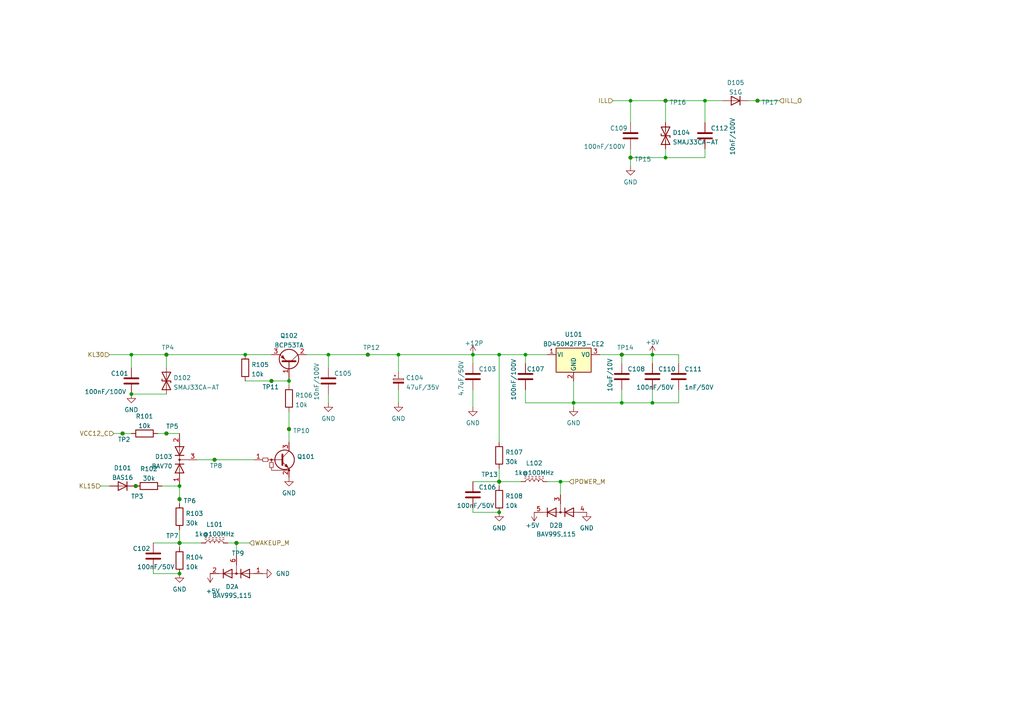
<source format=kicad_sch>
(kicad_sch (version 20211123) (generator eeschema)
  (paper "A4")
  (lib_symbols
    (symbol "C_1" (pin_numbers hide) (pin_names (offset 0.254))
      (property "Reference" "C" (at 0.635 2.54 0))
      (property "Value" "C_1" (at 0.635 -2.54 0))
      (symbol "C_1_0_1"
        (polyline (pts (xy -2.032 -0.762) (xy 2.032 -0.762)) (stroke (width 0.508)))
        (polyline (pts (xy -2.032 0.762) (xy 2.032 0.762)) (stroke (width 0.508)))
      )
      (symbol "C_1_1_1"
        (pin passive line (at 0 3.81 270) (length 2.794) (name "~") (number "1"))
        (pin passive line (at 0 -3.81 90) (length 2.794) (name "~") (number "2"))
      )
    )
    (symbol "C_2" (pin_numbers hide) (pin_names (offset 0.254))
      (property "Reference" "C" (at 0.635 2.54 0))
      (property "Value" "C_2" (at 0.635 -2.54 0))
      (symbol "C_2_0_1"
        (polyline (pts (xy -2.032 -0.762) (xy 2.032 -0.762)) (stroke (width 0.508)))
        (polyline (pts (xy -2.032 0.762) (xy 2.032 0.762)) (stroke (width 0.508)))
      )
      (symbol "C_2_1_1"
        (pin passive line (at 0 3.81 270) (length 2.794) (name "~") (number "1"))
        (pin passive line (at 0 -3.81 90) (length 2.794) (name "~") (number "2"))
      )
    )
    (symbol "C_4" (pin_numbers hide) (pin_names (offset 0.254))
      (property "Reference" "C" (at 0.635 2.54 0))
      (property "Value" "C_4" (at 0.635 -2.54 0))
      (symbol "C_4_0_1"
        (polyline (pts (xy -2.032 -0.762) (xy 2.032 -0.762)) (stroke (width 0.508)))
        (polyline (pts (xy -2.032 0.762) (xy 2.032 0.762)) (stroke (width 0.508)))
      )
      (symbol "C_4_1_1"
        (pin passive line (at 0 3.81 270) (length 2.794) (name "~") (number "1"))
        (pin passive line (at 0 -3.81 90) (length 2.794) (name "~") (number "2"))
      )
    )
    (symbol "C_7" (pin_numbers hide) (pin_names (offset 0.254))
      (property "Reference" "C" (at 0.635 2.54 0))
      (property "Value" "C_7" (at 0.635 -2.54 0))
      (symbol "C_7_0_1"
        (polyline (pts (xy -2.032 -0.762) (xy 2.032 -0.762)) (stroke (width 0.508)))
        (polyline (pts (xy -2.032 0.762) (xy 2.032 0.762)) (stroke (width 0.508)))
      )
      (symbol "C_7_1_1"
        (pin passive line (at 0 3.81 270) (length 2.794) (name "~") (number "1"))
        (pin passive line (at 0 -3.81 90) (length 2.794) (name "~") (number "2"))
      )
    )
    (symbol "C_8" (pin_numbers hide) (pin_names (offset 0.254))
      (property "Reference" "C" (at 0.635 2.54 0))
      (property "Value" "C_8" (at 0.635 -2.54 0))
      (symbol "C_8_0_1"
        (polyline (pts (xy -2.032 -0.762) (xy 2.032 -0.762)) (stroke (width 0.508)))
        (polyline (pts (xy -2.032 0.762) (xy 2.032 0.762)) (stroke (width 0.508)))
      )
      (symbol "C_8_1_1"
        (pin passive line (at 0 3.81 270) (length 2.794) (name "~") (number "1"))
        (pin passive line (at 0 -3.81 90) (length 2.794) (name "~") (number "2"))
      )
    )
    (symbol "C_9" (pin_numbers hide) (pin_names (offset 0.254))
      (property "Reference" "C" (at 0.635 2.54 0))
      (property "Value" "C_9" (at 0.635 -2.54 0))
      (symbol "C_9_0_1"
        (polyline (pts (xy -2.032 -0.762) (xy 2.032 -0.762)) (stroke (width 0.508)))
        (polyline (pts (xy -2.032 0.762) (xy 2.032 0.762)) (stroke (width 0.508)))
      )
      (symbol "C_9_1_1"
        (pin passive line (at 0 3.81 270) (length 2.794) (name "~") (number "1"))
        (pin passive line (at 0 -3.81 90) (length 2.794) (name "~") (number "2"))
      )
    )
    (symbol "Connector:TestPoint_Small" (pin_numbers hide) (pin_names (offset 0.762) hide)
      (property "Reference" "TP" (at 0 3.81 0))
      (property "Value" "TestPoint_Small" (at 0 2.032 0))
      (symbol "TestPoint_Small_0_1"
        (circle (center 0 0) (radius 0.508))
      )
      (symbol "TestPoint_Small_1_1"
        (pin passive line (at 0 0 90) (length 0) (name "1") (number "1"))
      )
    )
    (symbol "Device:C_Polarized_Small" (pin_numbers hide) (pin_names (offset 0.254) hide)
      (property "Reference" "C" (at 0.254 1.778 0))
      (property "Value" "C_Polarized_Small" (at 0.254 -2.032 0))
      (symbol "C_Polarized_Small_0_1"
        (rectangle (start -1.524 -0.3048) (end 1.524 -0.6858) (fill (type outline)))
        (rectangle (start -1.524 0.6858) (end 1.524 0.3048))
        (polyline (pts (xy -1.27 1.524) (xy -0.762 1.524)))
        (polyline (pts (xy -1.016 1.27) (xy -1.016 1.778)))
      )
      (symbol "C_Polarized_Small_1_1"
        (pin passive line (at 0 2.54 270) (length 1.8542) (name "~") (number "1"))
        (pin passive line (at 0 -2.54 90) (length 1.8542) (name "~") (number "2"))
      )
    )
    (symbol "Device:D" (pin_numbers hide) (pin_names (offset 1.016) hide)
      (property "Reference" "D" (at 0 2.54 0))
      (property "Value" "D" (at 0 -2.54 0))
      (symbol "D_0_1"
        (polyline (pts (xy -1.27 1.27) (xy -1.27 -1.27)) (stroke (width 0.254)))
        (polyline (pts (xy 1.27 0) (xy -1.27 0)))
        (polyline (pts (xy 1.27 1.27) (xy 1.27 -1.27) (xy -1.27 0) (xy 1.27 1.27)) (stroke (width 0.254)))
      )
      (symbol "D_1_1"
        (pin passive line (at -3.81 0 0) (length 2.54) (name "K") (number "1"))
        (pin passive line (at 3.81 0 180) (length 2.54) (name "A") (number "2"))
      )
    )
    (symbol "Device:D_TVS" (pin_numbers hide) (pin_names (offset 1.016) hide)
      (property "Reference" "D" (at 0 2.54 0))
      (property "Value" "D_TVS" (at 0 -2.54 0))
      (symbol "D_TVS_0_1"
        (polyline (pts (xy 1.27 0) (xy -1.27 0)))
        (polyline (pts (xy 0.508 1.27) (xy 0 1.27) (xy 0 -1.27) (xy -0.508 -1.27)) (stroke (width 0.254)))
        (polyline (pts (xy -2.54 1.27) (xy -2.54 -1.27) (xy 2.54 1.27) (xy 2.54 -1.27) (xy -2.54 1.27)) (stroke (width 0.254)))
      )
      (symbol "D_TVS_1_1"
        (pin passive line (at -3.81 0 0) (length 2.54) (name "A1") (number "1"))
        (pin passive line (at 3.81 0 180) (length 2.54) (name "A2") (number "2"))
      )
    )
    (symbol "Device:L_Ferrite" (pin_numbers hide) (pin_names (offset 1.016) hide)
      (property "Reference" "L" (at -1.27 0 90))
      (property "Value" "L_Ferrite" (at 2.794 0 90))
      (symbol "L_Ferrite_0_1"
        (arc (start 0 -2.54) (mid 0.635 -1.905) (end 0 -1.27))
        (arc (start 0 -1.27) (mid 0.635 -0.635) (end 0 0))
        (polyline (pts (xy 1.016 -2.794) (xy 1.016 -2.286)))
        (polyline (pts (xy 1.016 -1.778) (xy 1.016 -1.27)))
        (polyline (pts (xy 1.016 -0.762) (xy 1.016 -0.254)))
        (polyline (pts (xy 1.016 0.254) (xy 1.016 0.762)))
        (polyline (pts (xy 1.016 1.27) (xy 1.016 1.778)))
        (polyline (pts (xy 1.016 2.286) (xy 1.016 2.794)))
        (polyline (pts (xy 1.524 -2.286) (xy 1.524 -2.794)))
        (polyline (pts (xy 1.524 -1.27) (xy 1.524 -1.778)))
        (polyline (pts (xy 1.524 -0.254) (xy 1.524 -0.762)))
        (polyline (pts (xy 1.524 0.762) (xy 1.524 0.254)))
        (polyline (pts (xy 1.524 1.778) (xy 1.524 1.27)))
        (polyline (pts (xy 1.524 2.794) (xy 1.524 2.286)))
        (arc (start 0 0) (mid 0.635 0.635) (end 0 1.27))
        (arc (start 0 1.27) (mid 0.635 1.905) (end 0 2.54))
      )
      (symbol "L_Ferrite_1_1"
        (pin passive line (at 0 3.81 270) (length 1.27) (name "1") (number "1"))
        (pin passive line (at 0 -3.81 90) (length 1.27) (name "2") (number "2"))
      )
    )
    (symbol "Device:Q_NPN_BEC_BRT" (pin_names hide)
      (property "Reference" "Q" (at 3.81 1.27 0))
      (property "Value" "Q_NPN_BEC_BRT" (at 3.81 -1.27 0))
      (symbol "Q_NPN_BEC_BRT_0_1"
        (rectangle (start -6.35 0.508) (end -4.826 -0.508))
        (rectangle (start -4.318 -2.286) (end -3.302 -0.762))
        (circle (center -3.81 0) (radius 0.254) (fill (type outline)))
        (polyline (pts (xy -3.81 -0.762) (xy -3.81 0)))
        (polyline (pts (xy -0.762 0) (xy -4.826 0)))
        (polyline (pts (xy -0.635 1.524) (xy -0.635 -1.524)) (stroke (width 0.508)))
        (polyline (pts (xy -3.81 -2.286) (xy -3.81 -3.048) (xy 1.27 -3.048)))
        (circle (center 1.27 -3.048) (radius 0.254) (fill (type outline)))
      )
      (symbol "Q_NPN_BEC_BRT_1_1"
        (polyline (pts (xy -0.635 0.635) (xy 1.27 2.54)))
        (polyline (pts (xy -0.635 -0.635) (xy 1.27 -2.54) (xy 1.27 -2.54)))
        (polyline (pts (xy 0 -1.778) (xy 0.508 -1.27) (xy 1.016 -2.286) (xy 0 -1.778) (xy 0 -1.778)) (fill (type outline)))
        (circle (center 0 0) (radius 2.8194) (stroke (width 0.254)))
        (pin input line (at -8.89 0 0) (length 2.54) (name "B") (number "1"))
        (pin passive line (at 1.27 -5.08 90) (length 2.54) (name "E") (number "2"))
        (pin passive line (at 1.27 5.08 270) (length 2.54) (name "C") (number "3"))
      )
    )
    (symbol "Device:R" (pin_numbers hide) (pin_names (offset 0))
      (property "Reference" "R" (at 2.032 0 90))
      (property "Value" "R" (at 0 0 90))
      (symbol "R_0_1"
        (rectangle (start -1.016 -2.54) (end 1.016 2.54) (stroke (width 0.254)))
      )
      (symbol "R_1_1"
        (pin passive line (at 0 3.81 270) (length 1.27) (name "~") (number "1"))
        (pin passive line (at 0 -3.81 90) (length 1.27) (name "~") (number "2"))
      )
    )
    (symbol "Diode:BAV70" (pin_names (offset 0.762) hide)
      (property "Reference" "D" (at 0.635 -2.54 0))
      (property "Value" "BAV70" (at 0 2.54 0))
      (symbol "BAV70_0_1"
        (polyline (pts (xy -3.81 0) (xy 3.81 0)))
        (polyline (pts (xy 0 0) (xy 0 -2.54)))
        (polyline (pts (xy -1.27 -1.27) (xy -1.27 1.27) (xy -1.27 1.27)) (stroke (width 0.254)))
        (polyline (pts (xy 1.27 -1.27) (xy 1.27 1.27) (xy 1.27 1.27)) (stroke (width 0.254)))
        (polyline (pts (xy -3.81 1.27) (xy -1.27 0) (xy -3.81 -1.27) (xy -3.81 1.27) (xy -3.81 1.27) (xy -3.81 1.27)) (stroke (width 0.254)))
        (polyline (pts (xy 3.81 -1.27) (xy 1.27 0) (xy 3.81 1.27) (xy 3.81 -1.27) (xy 3.81 -1.27) (xy 3.81 -1.27)) (stroke (width 0.254)))
        (circle (center 0 0) (radius 0.254) (fill (type outline)))
        (pin passive line (at -7.62 0 0) (length 3.81) (name "A") (number "1"))
        (pin passive line (at 7.62 0 180) (length 3.81) (name "A") (number "2"))
        (pin passive line (at 0 -5.08 90) (length 2.54) (name "K") (number "3"))
      )
    )
    (symbol "Diode:BAV99S" (pin_names (offset 0.0254) hide)
      (property "Reference" "D" (at 0 2.54 0))
      (property "Value" "BAV99S" (at 0 5.08 0))
      (symbol "BAV99S_0_1"
        (polyline (pts (xy -5.08 0) (xy 5.08 0)))
        (polyline (pts (xy 0 0) (xy 0 -2.54)))
        (polyline (pts (xy -1.27 -1.27) (xy -1.27 1.27) (xy -1.27 1.27)) (stroke (width 0.254)))
        (polyline (pts (xy 3.81 1.27) (xy 3.81 -1.27) (xy 3.81 -1.27)) (stroke (width 0.254)))
        (polyline (pts (xy -3.81 1.27) (xy -1.27 0) (xy -3.81 -1.27) (xy -3.81 1.27) (xy -3.81 1.27) (xy -3.81 1.27)) (stroke (width 0.254)))
        (polyline (pts (xy 1.27 1.27) (xy 3.81 0) (xy 1.27 -1.27) (xy 1.27 1.27) (xy 1.27 1.27) (xy 1.27 1.27)) (stroke (width 0.254)))
        (circle (center 0 0) (radius 0.254) (fill (type outline)))
      )
      (symbol "BAV99S_1_1"
        (polyline (pts (xy 6.35 0) (xy 7.62 0)))
        (pin passive line (at -7.62 0 0) (length 2.54) (name "A1") (number "1"))
        (pin passive line (at 7.62 0 180) (length 2.54) (name "K2") (number "2"))
        (pin passive line (at 0 -5.08 90) (length 2.54) (name "K3A4") (number "6"))
      )
      (symbol "BAV99S_2_1"
        (polyline (pts (xy 6.35 0) (xy 7.62 0)))
        (pin passive line (at 0 -5.08 90) (length 2.54) (name "K1A2") (number "3"))
        (pin passive line (at -7.62 0 0) (length 2.54) (name "A3") (number "4"))
        (pin passive line (at 7.62 0 180) (length 2.54) (name "K4") (number "5"))
      )
    )
    (symbol "Regulator_Linear:MCP1703A-1202_SOT223" (pin_names (offset 0.254))
      (property "Reference" "U" (at -3.81 3.175 0))
      (property "Value" "MCP1703A-1202_SOT223" (at 0 3.175 0))
      (symbol "MCP1703A-1202_SOT223_0_1"
        (rectangle (start -5.08 -5.08) (end 5.08 1.905) (stroke (width 0.254)) (fill (type background)))
      )
      (symbol "MCP1703A-1202_SOT223_1_1"
        (pin power_in line (at -7.62 0 0) (length 2.54) (name "VI") (number "1"))
        (pin power_in line (at 0 -7.62 90) (length 2.54) (name "GND") (number "2"))
        (pin power_out line (at 7.62 0 180) (length 2.54) (name "VO") (number "3"))
      )
    )
    (symbol "Transistor_BJT:BCP53" (pin_names (offset 0) hide)
      (property "Reference" "Q" (at 5.08 1.905 0))
      (property "Value" "BCP53" (at 5.08 0 0))
      (symbol "BCP53_0_1"
        (polyline (pts (xy 0.635 0.635) (xy 2.54 2.54)))
        (polyline (pts (xy 0.635 -0.635) (xy 2.54 -2.54) (xy 2.54 -2.54)))
        (polyline (pts (xy 0.635 1.905) (xy 0.635 -1.905) (xy 0.635 -1.905)) (stroke (width 0.508)))
        (polyline (pts (xy 2.286 -1.778) (xy 1.778 -2.286) (xy 1.27 -1.27) (xy 2.286 -1.778) (xy 2.286 -1.778)) (fill (type outline)))
        (circle (center 1.27 0) (radius 2.8194) (stroke (width 0.254)))
      )
      (symbol "BCP53_1_1"
        (pin input line (at -5.08 0 0) (length 5.715) (name "B") (number "1"))
        (pin passive line (at 2.54 5.08 270) (length 2.54) (name "C") (number "2"))
        (pin passive line (at 2.54 -5.08 90) (length 2.54) (name "E") (number "3"))
        (pin passive line (at 2.54 5.08 270) (length 2.54) hide (name "C") (number "4"))
      )
    )
    (symbol "power:+12P" (power) (pin_names (offset 0))
      (property "Value" "+12P" (at 0 3.556 0))
      (symbol "+12P_0_1"
        (polyline (pts (xy -0.762 1.27) (xy 0 2.54)))
        (polyline (pts (xy 0 0) (xy 0 2.54)))
        (polyline (pts (xy 0 2.54) (xy 0.762 1.27)))
      )
      (symbol "+12P_1_1"
        (pin power_in line (at 0 0 90) (length 0) hide (name "+12P") (number "1"))
      )
    )
    (symbol "power:+5V" (power) (pin_names (offset 0))
      (property "Value" "+5V" (at 0 3.556 0))
      (symbol "+5V_0_1"
        (polyline (pts (xy -0.762 1.27) (xy 0 2.54)))
        (polyline (pts (xy 0 0) (xy 0 2.54)))
        (polyline (pts (xy 0 2.54) (xy 0.762 1.27)))
      )
      (symbol "+5V_1_1"
        (pin power_in line (at 0 0 90) (length 0) hide (name "+5V") (number "1"))
      )
    )
    (symbol "power:GND" (power) (pin_names (offset 0))
      (property "Value" "GND" (at 0 -3.81 0))
      (symbol "GND_0_1"
        (polyline (pts (xy 0 0) (xy 0 -1.27) (xy 1.27 -1.27) (xy 0 -2.54) (xy -1.27 -1.27) (xy 0 -1.27)))
      )
      (symbol "GND_1_1"
        (pin power_in line (at 0 0 270) (length 0) hide (name "GND") (number "1"))
      )
    )
  )
  (junction (at 39.37 140.97))
  (junction (at 106.68 102.87))
  (junction (at 68.58 157.48))
  (junction (at 83.82 124.46))
  (junction (at 95.25 102.87))
  (junction (at 193.04 45.72))
  (junction (at 152.4 102.87))
  (junction (at 52.07 157.48))
  (junction (at 166.37 116.84))
  (junction (at 182.88 45.72))
  (junction (at 38.1 114.3))
  (junction (at 182.88 29.21))
  (junction (at 83.82 110.49))
  (junction (at 115.57 102.87))
  (junction (at 180.34 116.84))
  (junction (at 52.07 144.78))
  (junction (at 52.07 166.37))
  (junction (at 71.12 102.87))
  (junction (at 144.78 148.59))
  (junction (at 219.71 29.21))
  (junction (at 48.26 125.73))
  (junction (at 189.23 116.84))
  (junction (at 137.16 102.87))
  (junction (at 62.23 133.35))
  (junction (at 162.56 139.7))
  (junction (at 193.04 29.21))
  (junction (at 35.56 125.73))
  (junction (at 38.1 102.87))
  (junction (at 204.47 29.21))
  (junction (at 78.74 110.49))
  (junction (at 48.26 102.87))
  (junction (at 180.34 102.87))
  (junction (at 144.78 139.7))
  (junction (at 144.78 102.87))
  (junction (at 52.07 140.97))
  (junction (at 189.23 102.87))
  (wire (pts (xy 189.23 116.84) (xy 196.85 116.84)))
  (wire (pts (xy 196.85 116.84) (xy 196.85 113.03)))
  (wire (pts (xy 204.47 29.21) (xy 204.47 35.56)))
  (wire (pts (xy 217.17 29.21) (xy 219.71 29.21)))
  (wire (pts (xy 219.71 29.21) (xy 226.06 29.21)))
  (wire (pts (xy 137.16 148.59) (xy 144.78 148.59)))
  (wire (pts (xy 71.12 102.87) (xy 78.74 102.87)))
  (wire (pts (xy 152.4 113.03) (xy 152.4 116.84)))
  (wire (pts (xy 152.4 116.84) (xy 166.37 116.84)))
  (wire (pts (xy 144.78 102.87) (xy 144.78 128.27)))
  (wire (pts (xy 182.88 43.18) (xy 182.88 45.72)))
  (wire (pts (xy 182.88 45.72) (xy 193.04 45.72)))
  (wire (pts (xy 193.04 45.72) (xy 193.04 43.18)))
  (wire (pts (xy 33.02 125.73) (xy 35.56 125.73)))
  (wire (pts (xy 35.56 125.73) (xy 38.1 125.73)))
  (wire (pts (xy 162.56 139.7) (xy 162.56 143.51)))
  (wire (pts (xy 137.16 102.87) (xy 137.16 105.41)))
  (wire (pts (xy 29.21 140.97) (xy 31.75 140.97)))
  (wire (pts (xy 137.16 113.03) (xy 137.16 118.11)))
  (wire (pts (xy 182.88 45.72) (xy 182.88 48.26)))
  (wire (pts (xy 173.99 102.87) (xy 180.34 102.87)))
  (wire (pts (xy 180.34 102.87) (xy 189.23 102.87)))
  (wire (pts (xy 189.23 102.87) (xy 189.23 105.41)))
  (wire (pts (xy 83.82 110.49) (xy 83.82 111.76)))
  (wire (pts (xy 180.34 102.87) (xy 180.34 105.41)))
  (wire (pts (xy 193.04 29.21) (xy 193.04 35.56)))
  (wire (pts (xy 68.58 157.48) (xy 68.58 161.29)))
  (wire (pts (xy 177.8 29.21) (xy 182.88 29.21)))
  (wire (pts (xy 182.88 29.21) (xy 193.04 29.21)))
  (wire (pts (xy 193.04 29.21) (xy 204.47 29.21)))
  (wire (pts (xy 204.47 29.21) (xy 209.55 29.21)))
  (wire (pts (xy 162.56 139.7) (xy 165.1 139.7)))
  (wire (pts (xy 88.9 102.87) (xy 95.25 102.87)))
  (wire (pts (xy 95.25 102.87) (xy 106.68 102.87)))
  (wire (pts (xy 106.68 102.87) (xy 115.57 102.87)))
  (wire (pts (xy 95.25 114.3) (xy 95.25 116.84)))
  (wire (pts (xy 137.16 147.32) (xy 137.16 148.59)))
  (wire (pts (xy 166.37 110.49) (xy 166.37 116.84)))
  (wire (pts (xy 166.37 116.84) (xy 166.37 118.11)))
  (wire (pts (xy 115.57 102.87) (xy 115.57 107.95)))
  (wire (pts (xy 204.47 43.18) (xy 204.47 45.72)))
  (wire (pts (xy 204.47 45.72) (xy 193.04 45.72)))
  (wire (pts (xy 31.75 102.87) (xy 38.1 102.87)))
  (wire (pts (xy 38.1 102.87) (xy 38.1 106.68)))
  (wire (pts (xy 182.88 29.21) (xy 182.88 35.56)))
  (wire (pts (xy 52.07 153.67) (xy 52.07 157.48)))
  (wire (pts (xy 52.07 157.48) (xy 52.07 158.75)))
  (wire (pts (xy 46.99 140.97) (xy 52.07 140.97)))
  (wire (pts (xy 44.45 157.48) (xy 52.07 157.48)))
  (wire (pts (xy 71.12 110.49) (xy 78.74 110.49)))
  (wire (pts (xy 78.74 110.49) (xy 83.82 110.49)))
  (wire (pts (xy 95.25 102.87) (xy 95.25 106.68)))
  (wire (pts (xy 137.16 139.7) (xy 144.78 139.7)))
  (wire (pts (xy 57.15 133.35) (xy 62.23 133.35)))
  (wire (pts (xy 62.23 133.35) (xy 73.66 133.35)))
  (wire (pts (xy 166.37 116.84) (xy 180.34 116.84)))
  (wire (pts (xy 180.34 116.84) (xy 189.23 116.84)))
  (wire (pts (xy 189.23 116.84) (xy 189.23 113.03)))
  (wire (pts (xy 52.07 157.48) (xy 58.42 157.48)))
  (wire (pts (xy 83.82 119.38) (xy 83.82 124.46)))
  (wire (pts (xy 83.82 124.46) (xy 83.82 128.27)))
  (wire (pts (xy 144.78 139.7) (xy 144.78 140.97)))
  (wire (pts (xy 115.57 113.03) (xy 115.57 116.84)))
  (wire (pts (xy 38.1 102.87) (xy 48.26 102.87)))
  (wire (pts (xy 48.26 102.87) (xy 48.26 106.68)))
  (wire (pts (xy 66.04 157.48) (xy 68.58 157.48)))
  (wire (pts (xy 68.58 157.48) (xy 72.39 157.48)))
  (wire (pts (xy 144.78 139.7) (xy 151.13 139.7)))
  (wire (pts (xy 52.07 140.97) (xy 52.07 144.78)))
  (wire (pts (xy 52.07 144.78) (xy 52.07 146.05)))
  (wire (pts (xy 45.72 125.73) (xy 48.26 125.73)))
  (wire (pts (xy 48.26 125.73) (xy 52.07 125.73)))
  (wire (pts (xy 144.78 135.89) (xy 144.78 139.7)))
  (wire (pts (xy 115.57 102.87) (xy 137.16 102.87)))
  (wire (pts (xy 137.16 102.87) (xy 144.78 102.87)))
  (wire (pts (xy 144.78 102.87) (xy 152.4 102.87)))
  (wire (pts (xy 152.4 102.87) (xy 158.75 102.87)))
  (wire (pts (xy 180.34 113.03) (xy 180.34 116.84)))
  (wire (pts (xy 189.23 102.87) (xy 196.85 102.87)))
  (wire (pts (xy 196.85 102.87) (xy 196.85 105.41)))
  (wire (pts (xy 158.75 139.7) (xy 162.56 139.7)))
  (wire (pts (xy 48.26 102.87) (xy 71.12 102.87)))
  (wire (pts (xy 44.45 165.1) (xy 44.45 166.37)))
  (wire (pts (xy 44.45 166.37) (xy 52.07 166.37)))
  (wire (pts (xy 152.4 102.87) (xy 152.4 105.41)))
  (wire (pts (xy 38.1 114.3) (xy 48.26 114.3)))
  (hierarchical_label "VCC12_C" (shape input) (at 33.02 125.73 180))
  (hierarchical_label "ILL" (shape input) (at 177.8 29.21 180))
  (hierarchical_label "KL30" (shape input) (at 31.75 102.87 180))
  (hierarchical_label "KL15" (shape input) (at 29.21 140.97 180))
  (hierarchical_label "WAKEUP_M" (shape input) (at 72.39 157.48 0))
  (hierarchical_label "POWER_M" (shape input) (at 165.1 139.7 0))
  (hierarchical_label "ILL_O" (shape input) (at 226.06 29.21 0))
  (symbol (lib_id "power:GND") (at 83.82 138.43 0) (unit 1)
    (property "Reference" "#PWR0106" (effects hide))
    (property "Value" "GND" (at 83.82 142.9924 0))
  )
  (symbol (lib_id "power:+5V") (at 154.94 148.59 180) (unit 1)
    (property "Reference" "#PWR04" (effects hide))
    (property "Value" "+5V" (at 152.4 152.4 0) (effects (justify right)))
  )
  (symbol (lib_name "C_7") (lib_id "Device:C") (at 189.23 109.22 0) (unit 1)
    (property "Reference" "C110" (at 190.881 107.0415 0) (effects (justify left)))
    (property "Value" "100nF/50V" (at 184.531 112.3566 0) (effects (justify left)))
    (property "Footprint" "Capacitor_SMD:C_0603_1608Metric" (effects hide))
    (property "Manufacturer Product Number" " AC0603KRX7R9BB104" (effects hide))
    (property "Manufacturer" "YAGEO" (effects hide))
    (property "Description" "CAP CER 100nF 50V X7R 0603" (effects hide))
    (property "Descriptions" "CAP CER 100nF 50V X7R 0603" (effects hide))
  )
  (symbol (lib_id "Connector:TestPoint_Small") (at 106.68 102.87 180) (unit 1)
    (property "Reference" "TP12" (at 105.283 100.809 0) (effects (justify right)))
    (property "Value" "TestPoint_Small" (effects hide))
    (property "Footprint" "TestPoint:TestPoint_Pad_D1.0mm" (effects hide))
  )
  (symbol (lib_id "power:+12P") (at 137.16 102.87 0) (unit 1)
    (property "Reference" "#PWR0109" (effects hide))
    (property "Value" "+12P" (at 134.747 99.539 0) (effects (justify left)))
  )
  (symbol (lib_id "power:GND") (at 95.25 116.84 0) (unit 1)
    (property "Reference" "#PWR0107" (effects hide))
    (property "Value" "GND" (at 95.25 121.4024 0))
  )
  (symbol (lib_id "Diode:BAV70") (at 52.07 133.35 90) (unit 1)
    (property "Reference" "D103" (at 50.038 132.4415 90) (effects (justify left)))
    (property "Value" "BAV70" (at 50.038 135.2166 90) (effects (justify left)))
    (property "Footprint" "Package_TO_SOT_SMD:SOT-23" (effects hide))
    (property "Datasheet" "https://assets.nexperia.com/documents/data-sheet/BAV70_SER.pdf" (effects hide))
    (property "Manufacturer Product Number" "BAV70LT1G" (effects hide))
    (property "Manufacturer" "onsemi" (effects hide))
    (property "Description" "DIODE ARRAY GP 100V 200MA SOT23" (effects hide))
    (property "Descriptions" "DIODE ARRAY GP 100V 200MA SOT23" (effects hide))
  )
  (symbol (lib_id "power:GND") (at 52.07 166.37 0) (unit 1)
    (property "Reference" "#PWR0105" (effects hide))
    (property "Value" "GND" (at 52.07 170.9324 0))
  )
  (symbol (lib_name "C_4") (lib_id "Device:C") (at 182.88 39.37 0) (unit 1)
    (property "Reference" "C109" (at 176.911 37.1915 0) (effects (justify left)))
    (property "Value" "100nF/100V" (at 169.291 42.5066 0) (effects (justify left)))
    (property "Footprint" "Capacitor_SMD:C_0805_2012Metric" (effects hide))
    (property "Manufacturer Product Number" "AC0805KKX7R0BB104" (effects hide))
    (property "Manufacturer" "YAGEO" (effects hide))
    (property "Description" "CAP CER 0.1uF 100V X7R 0805" (effects hide))
    (property "Descriptions" "CAP CER 0.1uF 100V X7R 0805" (effects hide))
  )
  (symbol (lib_id "Device:D") (at 213.36 29.21 180) (unit 1)
    (property "Reference" "D105" (at 213.36 23.9735 0))
    (property "Value" "S1G" (at 213.36 26.7486 0))
    (property "Footprint" "Diode_SMD:D_SMA" (effects hide))
    (property "Manufacturer Product Number" "S1G-13-F" (effects hide))
    (property "Manufacturer" "Diodes Incorporated" (effects hide))
    (property "Description" "DIODE GEN PURP 400V 1A SMA" (effects hide))
    (property "Descriptions" "DIODE GEN PURP 400V 1A SMA" (effects hide))
  )
  (symbol (lib_id "Connector:TestPoint_Small") (at 39.37 140.97 180) (unit 1)
    (property "Reference" "TP3" (at 37.973 143.989 0) (effects (justify right)))
    (property "Value" "TestPoint_Small" (effects hide))
    (property "Footprint" "TestPoint:TestPoint_Pad_D1.0mm" (effects hide))
  )
  (symbol (lib_id "Diode:BAV99S") (at 162.56 148.59 180) (unit 2)
    (property "Reference" "D2" (at 161.29 152.4 0))
    (property "Value" "BAV99S,115" (at 161.29 154.94 0))
    (property "Footprint" "Package_TO_SOT_SMD:SOT-363_SC-70-6" (effects hide))
    (property "Datasheet" "https://assets.nexperia.com/documents/data-sheet/BAV99_SER.pdf" (effects hide))
  )
  (symbol (lib_id "Connector:TestPoint_Small") (at 144.78 139.7 180) (unit 1)
    (property "Reference" "TP13" (at 139.573 137.639 0) (effects (justify right)))
    (property "Value" "TestPoint_Small" (effects hide))
    (property "Footprint" "TestPoint:TestPoint_Pad_D1.0mm" (effects hide))
  )
  (symbol (lib_id "Device:L_Ferrite") (at 154.94 139.7 90) (unit 1)
    (property "Reference" "L102" (at 154.94 134.3364 90))
    (property "Value" "1k@100MHz" (at 154.94 137.1115 90))
    (property "Footprint" "Capacitor_SMD:C_0603_1608Metric" (effects hide))
    (property "Manufacturer Product Number" "BLM18RK102SN1D" (effects hide))
    (property "Manufacturer" "Murata Electronics" (effects hide))
    (property "Description" "FERRITEBEAD SMD AUTOMOTIVE POWER" (effects hide))
    (property "Descriptions" "FERRITEBEAD SMD AUTOMOTIVE POWER" (effects hide))
  )
  (symbol (lib_id "Device:C_Polarized_Small") (at 115.57 110.49 0) (unit 1)
    (property "Reference" "C104" (at 117.729 109.5815 0) (effects (justify left)))
    (property "Value" "47uF/35V" (at 117.729 112.3566 0) (effects (justify left)))
    (property "Footprint" "Capacitor_SMD:CP_Elec_6.3x9.9" (effects hide))
    (property "Manufacturer Product Number" "35THV47M6.3X8" (effects hide))
    (property "Manufacturer" "rubycon(红宝石)" (effects hide))
    (property "Description" "CAP ALUM 47UF 20% 35V SMD" (effects hide))
    (property "Descriptions" "CAP ALUM 47UF 20% 35V SMD" (effects hide))
  )
  (symbol (lib_id "Device:D_TVS") (at 193.04 39.37 90) (unit 1)
    (property "Reference" "D104" (at 195.072 38.4615 90) (effects (justify right)))
    (property "Value" "SMAJ33CA-AT" (at 195.072 41.2366 90) (effects (justify right)))
    (property "Footprint" "Diode_SMD:D_SMA" (effects hide))
    (property "Manufacturer Product Number" "SMAJ33CA-AT" (effects hide))
    (property "Description" "TVS 35.7V 7.5A SMA" (effects hide))
    (property "Descriptions" "TVS 35.7V 7.5A SMA" (effects hide))
  )
  (symbol (lib_id "Connector:TestPoint_Small") (at 180.34 102.87 180) (unit 1)
    (property "Reference" "TP14" (at 178.943 100.809 0) (effects (justify right)))
    (property "Value" "TestPoint_Small" (effects hide))
    (property "Footprint" "TestPoint:TestPoint_Pad_D1.0mm" (effects hide))
  )
  (symbol (lib_id "Device:R") (at 144.78 132.08 180) (unit 1)
    (property "Reference" "R107" (at 146.558 131.1715 0) (effects (justify right)))
    (property "Value" "30k" (at 146.558 133.9466 0) (effects (justify right)))
    (property "Footprint" "Resistor_SMD:R_0603_1608Metric" (effects hide))
    (property "Manufacturer" "RESI(开步睿思)" (effects hide))
    (property "Description" "RES 30K 1% 1/10W 0603" (effects hide))
    (property "Manufacturer Product Number" "AECR0603F30K0K9" (effects hide))
    (property "Descriptions" "RES 30K 1% 1/10W 0603" (effects hide))
  )
  (symbol (lib_name "C_2") (lib_id "Device:C") (at 95.25 110.49 0) (unit 1)
    (property "Reference" "C105" (at 96.901 108.3115 0) (effects (justify left)))
    (property "Value" "10nF/100V" (at 91.821 116.1666 90) (effects (justify left)))
    (property "Footprint" "Capacitor_SMD:C_0603_1608Metric" (effects hide))
    (property "Manufacturer Product Number" "AC0603KRX7R0BB103" (effects hide))
    (property "Manufacturer" "YAGEO" (effects hide))
    (property "Description" "CAP CER 10nF 100V X7R 0603" (effects hide))
    (property "Descriptions" "CAP CER 10nF 100V X7R 0603" (effects hide))
  )
  (symbol (lib_id "Device:R") (at 52.07 149.86 180) (unit 1)
    (property "Reference" "R103" (at 53.848 148.9515 0) (effects (justify right)))
    (property "Value" "30k" (at 53.848 151.7266 0) (effects (justify right)))
    (property "Footprint" "Resistor_SMD:R_0603_1608Metric" (effects hide))
    (property "Manufacturer" "RESI(开步睿思)" (effects hide))
    (property "Description" "RES 30K 1% 1/10W 0603" (effects hide))
    (property "Manufacturer Product Number" "AECR0603F30K0K9" (effects hide))
    (property "Descriptions" "RES 30K 1% 1/10W 0603" (effects hide))
  )
  (symbol (lib_id "Connector:TestPoint_Small") (at 83.82 124.46 180) (unit 1)
    (property "Reference" "TP10" (at 84.963 124.939 0) (effects (justify right)))
    (property "Value" "TestPoint_Small" (effects hide))
    (property "Footprint" "TestPoint:TestPoint_Pad_D1.0mm" (effects hide))
  )
  (symbol (lib_id "Connector:TestPoint_Small") (at 78.74 110.49 180) (unit 1)
    (property "Reference" "TP11" (at 76.073 112.239 0) (effects (justify right)))
    (property "Value" "TestPoint_Small" (effects hide))
    (property "Footprint" "TestPoint:TestPoint_Pad_D1.0mm" (effects hide))
  )
  (symbol (lib_name "C_4") (lib_id "Device:C") (at 152.4 109.22 0) (unit 1)
    (property "Reference" "C107" (at 152.781 107.0415 0) (effects (justify left)))
    (property "Value" "100nF/100V" (at 148.971 116.1666 90) (effects (justify left)))
    (property "Footprint" "Capacitor_SMD:C_0805_2012Metric" (effects hide))
    (property "Manufacturer Product Number" "AC0805KKX7R0BB104" (effects hide))
    (property "Manufacturer" "YAGEO" (effects hide))
    (property "Description" "CAP CER 0.1uF 100V X7R 0805" (effects hide))
    (property "Descriptions" "CAP CER 0.1uF 100V X7R 0805" (effects hide))
  )
  (symbol (lib_id "Device:R") (at 144.78 144.78 0) (unit 1)
    (property "Reference" "R108" (at 146.558 143.8715 0) (effects (justify left)))
    (property "Value" "10k" (at 146.558 146.6466 0) (effects (justify left)))
    (property "Footprint" "Resistor_SMD:R_0603_1608Metric" (effects hide))
    (property "Manufacturer" "RESI(开步睿思)" (effects hide))
    (property "Description" "RES 10k 1% 1/10W 0603" (effects hide))
    (property "Manufacturer Product Number" "AECR0603F10K0K9" (effects hide))
    (property "Descriptions" "RES 10k 1% 1/10W 0603" (effects hide))
  )
  (symbol (lib_id "Device:R") (at 41.91 125.73 90) (unit 1)
    (property "Reference" "R101" (at 41.91 120.7475 90))
    (property "Value" "10k" (at 41.91 123.5226 90))
    (property "Footprint" "Resistor_SMD:R_0603_1608Metric" (effects hide))
    (property "Manufacturer" "RESI(开步睿思)" (effects hide))
    (property "Description" "RES 10k 1% 1/10W 0603" (effects hide))
    (property "Manufacturer Product Number" "AECR0603F10K0K9" (effects hide))
    (property "Descriptions" "RES 10k 1% 1/10W 0603" (effects hide))
  )
  (symbol (lib_id "Connector:TestPoint_Small") (at 35.56 125.73 180) (unit 1)
    (property "Reference" "TP2" (at 34.163 127.479 0) (effects (justify right)))
    (property "Value" "TestPoint_Small" (effects hide))
    (property "Footprint" "TestPoint:TestPoint_Pad_D1.0mm" (effects hide))
  )
  (symbol (lib_id "Device:R") (at 83.82 115.57 0) (unit 1)
    (property "Reference" "R106" (at 85.598 114.6615 0) (effects (justify left)))
    (property "Value" "10k" (at 85.598 117.4366 0) (effects (justify left)))
    (property "Footprint" "Resistor_SMD:R_0603_1608Metric" (effects hide))
    (property "Manufacturer" "RESI(开步睿思)" (effects hide))
    (property "Description" "RES 10k 1% 1/10W 0603" (effects hide))
    (property "Manufacturer Product Number" "AECR0603F10K0K9" (effects hide))
    (property "Descriptions" "RES 10k 1% 1/10W 0603" (effects hide))
  )
  (symbol (lib_id "power:+5V") (at 189.23 102.87 0) (unit 1)
    (property "Reference" "#PWR0114" (effects hide))
    (property "Value" "+5V" (at 189.23 99.2655 0))
  )
  (symbol (lib_id "Connector:TestPoint_Small") (at 48.26 102.87 0) (unit 1)
    (property "Reference" "TP4" (at 46.863 100.809 0) (effects (justify left)))
    (property "Value" "TestPoint_Small" (effects hide))
    (property "Footprint" "TestPoint:TestPoint_Pad_D1.0mm" (effects hide))
  )
  (symbol (lib_name "C_7") (lib_id "Device:C") (at 137.16 143.51 0) (unit 1)
    (property "Reference" "C106" (at 138.811 141.3315 0) (effects (justify left)))
    (property "Value" "100nF/50V" (at 132.461 146.6466 0) (effects (justify left)))
    (property "Footprint" "Capacitor_SMD:C_0603_1608Metric" (effects hide))
    (property "Manufacturer Product Number" " AC0603KRX7R9BB104" (effects hide))
    (property "Manufacturer" "YAGEO" (effects hide))
    (property "Description" "CAP CER 100nF 50V X7R 0603" (effects hide))
    (property "Descriptions" "CAP CER 100nF 50V X7R 0603" (effects hide))
  )
  (symbol (lib_name "C_4") (lib_id "Device:C") (at 38.1 110.49 0) (unit 1)
    (property "Reference" "C101" (at 32.131 108.3115 0) (effects (justify left)))
    (property "Value" "100nF/100V" (at 24.511 113.6266 0) (effects (justify left)))
    (property "Footprint" "Capacitor_SMD:C_0805_2012Metric" (effects hide))
    (property "Manufacturer Product Number" "AC0805KKX7R0BB104" (effects hide))
    (property "Manufacturer" "YAGEO" (effects hide))
    (property "Description" "CAP CER 0.1uF 100V X7R 0805" (effects hide))
    (property "Descriptions" "CAP CER 0.1uF 100V X7R 0805" (effects hide))
  )
  (symbol (lib_id "Connector:TestPoint_Small") (at 219.71 29.21 180) (unit 1)
    (property "Reference" "TP17" (at 220.853 29.689 0) (effects (justify right)))
    (property "Value" "TestPoint_Small" (effects hide))
    (property "Footprint" "TestPoint:TestPoint_Pad_D1.0mm" (effects hide))
  )
  (symbol (lib_id "Transistor_BJT:BCP53") (at 83.82 105.41 270) (mirror x) (unit 1)
    (property "Reference" "Q102" (at 83.82 97.354 90))
    (property "Value" "BCP53TA" (at 83.82 100.1291 90))
    (property "Footprint" "Package_TO_SOT_SMD:SOT-223-3_TabPin2" (effects hide))
    (property "Datasheet" "http://www.onsemi.com/pub_link/Collateral/BCP53T1-D.PDF" (effects hide))
    (property "Description" "TRANS PNP 80V 1A SOT223-4" (effects hide))
    (property "Manufacturer" "Diodes" (effects hide))
    (property "Manufacturer Product Number" "BCP53TA" (effects hide))
    (property "Descriptions" "TRANS PNP 80V 1A SOT223-4" (effects hide))
  )
  (symbol (lib_id "Device:R") (at 43.18 140.97 90) (unit 1)
    (property "Reference" "R102" (at 43.18 135.9875 90))
    (property "Value" "30k" (at 43.18 138.7626 90))
    (property "Footprint" "Resistor_SMD:R_0603_1608Metric" (effects hide))
    (property "Manufacturer" "RESI(开步睿思)" (effects hide))
    (property "Description" "RES 30K 1% 1/10W 0603" (effects hide))
    (property "Manufacturer Product Number" "AECR0603F30K0K9" (effects hide))
    (property "Descriptions" "RES 30K 1% 1/10W 0603" (effects hide))
  )
  (symbol (lib_name "C_7") (lib_id "Device:C") (at 44.45 161.29 0) (unit 1)
    (property "Reference" "C102" (at 38.481 159.1115 0) (effects (justify left)))
    (property "Value" "100nF/50V" (at 39.751 164.4266 0) (effects (justify left)))
    (property "Footprint" "Capacitor_SMD:C_0603_1608Metric" (effects hide))
    (property "Manufacturer Product Number" " AC0603KRX7R9BB104" (effects hide))
    (property "Manufacturer" "YAGEO" (effects hide))
    (property "Description" "CAP CER 100nF 50V X7R 0603" (effects hide))
    (property "Descriptions" "CAP CER 100nF 50V X7R 0603" (effects hide))
  )
  (symbol (lib_id "power:GND") (at 38.1 114.3 0) (unit 1)
    (property "Reference" "#PWR0104" (effects hide))
    (property "Value" "GND" (at 38.1 118.8624 0))
  )
  (symbol (lib_id "Connector:TestPoint_Small") (at 52.07 157.48 180) (unit 1)
    (property "Reference" "TP7" (at 48.133 155.419 0) (effects (justify right)))
    (property "Value" "TestPoint_Small" (effects hide))
    (property "Footprint" "TestPoint:TestPoint_Pad_D1.0mm" (effects hide))
  )
  (symbol (lib_id "Device:Q_NPN_BEC_BRT") (at 82.55 133.35 0) (unit 1)
    (property "Reference" "Q101" (at 86.1313 132.4415 0) (effects (justify left)))
    (property "Value" "DDTC114ECA-7-F|PDTC114ET,215" (effects hide))
    (property "Footprint" "Package_TO_SOT_SMD:SOT-23" (effects hide))
    (property "Manufacturer" "Diodes" (effects hide))
    (property "Manufacturer Product Number" "DDTC114ECA-7-F" (effects hide))
    (property "Description" "TRANS PREBIAS NPN 200MW SOT23-3" (effects hide))
    (property "Descriptions" "TRANS PREBIAS NPN 200MW SOT23-3" (effects hide))
  )
  (symbol (lib_id "power:+5V") (at 60.96 166.37 180) (unit 1)
    (property "Reference" "#PWR02" (effects hide))
    (property "Value" "+5V" (at 59.69 171.45 0) (effects (justify right)))
  )
  (symbol (lib_id "Device:D_TVS") (at 48.26 110.49 90) (unit 1)
    (property "Reference" "D102" (at 50.292 109.5815 90) (effects (justify right)))
    (property "Value" "SMAJ33CA-AT" (at 50.292 112.3566 90) (effects (justify right)))
    (property "Footprint" "Diode_SMD:D_SMA" (effects hide))
    (property "Manufacturer Product Number" "SMAJ33CA-AT" (effects hide))
    (property "Description" "TVS 35.7V 7.5A SMA" (effects hide))
    (property "Descriptions" "TVS 35.7V 7.5A SMA" (effects hide))
  )
  (symbol (lib_id "Device:L_Ferrite") (at 62.23 157.48 90) (unit 1)
    (property "Reference" "L101" (at 62.23 152.1164 90))
    (property "Value" "1k@100MHz" (at 62.23 154.8915 90))
    (property "Footprint" "Capacitor_SMD:C_0603_1608Metric" (effects hide))
    (property "Manufacturer Product Number" "BLM18RK102SN1D" (effects hide))
    (property "Manufacturer" "Murata Electronics" (effects hide))
    (property "Description" "FERRITEBEAD SMD AUTOMOTIVE POWER" (effects hide))
    (property "Descriptions" "FERRITEBEAD SMD AUTOMOTIVE POWER" (effects hide))
  )
  (symbol (lib_name "C_9") (lib_id "Device:C") (at 180.34 109.22 0) (unit 1)
    (property "Reference" "C108" (at 181.991 107.0415 0) (effects (justify left)))
    (property "Value" "10uF/10V" (at 176.911 113.6266 90) (effects (justify left)))
    (property "Footprint" "Capacitor_SMD:C_1206_3216Metric" (effects hide))
    (property "Manufacturer Product Number" "CC1206KKX7R6BB106" (effects hide))
    (property "Manufacturer" "YAGEO" (effects hide))
    (property "Description" "CAP CER 10UF 10V X7R 1206" (effects hide))
    (property "Descriptions" "CAP CER 10UF 10V X7R 1206" (effects hide))
  )
  (symbol (lib_name "C_8") (lib_id "Device:C") (at 196.85 109.22 0) (unit 1)
    (property "Reference" "C111" (at 198.501 107.0415 0) (effects (justify left)))
    (property "Value" "1nF/50V" (at 198.501 112.3566 0) (effects (justify left)))
    (property "Footprint" "Capacitor_SMD:C_0603_1608Metric" (effects hide))
    (property "Manufacturer Product Number" "AC0603KRX7R9BB102" (effects hide))
    (property "Manufacturer" "YAGEO" (effects hide))
    (property "Description" "CAP CER 1000PF 50V X7R 0603" (effects hide))
    (property "Descriptions" "CAP CER 1000PF 50V X7R 0603" (effects hide))
  )
  (symbol (lib_id "power:GND") (at 166.37 118.11 0) (unit 1)
    (property "Reference" "#PWR0112" (effects hide))
    (property "Value" "GND" (at 166.37 122.6724 0))
  )
  (symbol (lib_id "power:GND") (at 170.18 148.59 0) (unit 1)
    (property "Reference" "#PWR05" (effects hide))
    (property "Value" "GND" (at 170.18 153.1524 0))
  )
  (symbol (lib_id "Regulator_Linear:MCP1703A-1202_SOT223") (at 166.37 102.87 0) (unit 1)
    (property "Reference" "U101" (at 166.37 96.9984 0))
    (property "Value" "BD450M2FP3-CE2" (at 166.37 99.7735 0))
    (property "Footprint" "Package_TO_SOT_SMD:SOT-223-3_TabPin2" (effects hide))
    (property "Datasheet" "http://ww1.microchip.com/downloads/en/DeviceDoc/20005122B.pdf" (effects hide))
    (property "Manufacturer" "Rohm Semiconductor" (effects hide))
    (property "Manufacturer Product Number" "BD450M2FP3-CE2" (effects hide))
    (property "Description" "IC REG LINEAR 5V 200MA SOT223-4F" (effects hide))
    (property "Descriptions" "IC REG LINEAR 5V 200MA SOT223-4F" (effects hide))
  )
  (symbol (lib_name "C_1") (lib_id "Device:C") (at 137.16 109.22 0) (unit 1)
    (property "Reference" "C103" (at 138.811 107.0415 0) (effects (justify left)))
    (property "Value" "4.7uF/50V" (at 133.731 114.8966 90) (effects (justify left)))
    (property "Footprint" "Capacitor_SMD:C_1206_3216Metric" (effects hide))
    (property "Manufacturer Product Number" "CC1206KKX7R9BB475" (effects hide))
    (property "Manufacturer" "YAGEO" (effects hide))
    (property "Description" "CAP CER 4.7uF 50V X7R 1206" (effects hide))
    (property "Descriptions" "CAP CER 4.7uF 50V X7R 1206" (effects hide))
  )
  (symbol (lib_id "Connector:TestPoint_Small") (at 193.04 29.21 180) (unit 1)
    (property "Reference" "TP16" (at 194.183 29.689 0) (effects (justify right)))
    (property "Value" "TestPoint_Small" (effects hide))
    (property "Footprint" "TestPoint:TestPoint_Pad_D1.0mm" (effects hide))
  )
  (symbol (lib_id "power:GND") (at 144.78 148.59 0) (unit 1)
    (property "Reference" "#PWR0111" (effects hide))
    (property "Value" "GND" (at 144.78 153.1524 0))
  )
  (symbol (lib_id "Connector:TestPoint_Small") (at 62.23 133.35 180) (unit 1)
    (property "Reference" "TP8" (at 60.833 135.099 0) (effects (justify right)))
    (property "Value" "TestPoint_Small" (effects hide))
    (property "Footprint" "TestPoint:TestPoint_Pad_D1.0mm" (effects hide))
  )
  (symbol (lib_id "Connector:TestPoint_Small") (at 68.58 157.48 180) (unit 1)
    (property "Reference" "TP9" (at 67.183 160.499 0) (effects (justify right)))
    (property "Value" "TestPoint_Small" (effects hide))
    (property "Footprint" "TestPoint:TestPoint_Pad_D1.0mm" (effects hide))
  )
  (symbol (lib_id "Connector:TestPoint_Small") (at 182.88 45.72 180) (unit 1)
    (property "Reference" "TP15" (at 184.023 46.199 0) (effects (justify right)))
    (property "Value" "TestPoint_Small" (effects hide))
    (property "Footprint" "TestPoint:TestPoint_Pad_D1.0mm" (effects hide))
  )
  (symbol (lib_id "power:GND") (at 137.16 118.11 0) (unit 1)
    (property "Reference" "#PWR0110" (effects hide))
    (property "Value" "GND" (at 137.16 122.6724 0))
  )
  (symbol (lib_id "Device:R") (at 71.12 106.68 0) (unit 1)
    (property "Reference" "R105" (at 72.898 105.7715 0) (effects (justify left)))
    (property "Value" "10k" (at 72.898 108.5466 0) (effects (justify left)))
    (property "Footprint" "Resistor_SMD:R_0603_1608Metric" (effects hide))
    (property "Manufacturer" "RESI(开步睿思)" (effects hide))
    (property "Description" "RES 10k 1% 1/10W 0603" (effects hide))
    (property "Manufacturer Product Number" "AECR0603F10K0K9" (effects hide))
    (property "Descriptions" "RES 10k 1% 1/10W 0603" (effects hide))
  )
  (symbol (lib_id "power:GND") (at 182.88 48.26 0) (unit 1)
    (property "Reference" "#PWR0113" (effects hide))
    (property "Value" "GND" (at 182.88 52.8224 0))
  )
  (symbol (lib_id "Diode:BAV99S") (at 68.58 166.37 180) (unit 1)
    (property "Reference" "D2" (at 67.31 170.18 0))
    (property "Value" "BAV99S,115" (at 67.31 172.72 0))
    (property "Footprint" "Package_TO_SOT_SMD:SOT-363_SC-70-6" (effects hide))
    (property "Datasheet" "https://assets.nexperia.com/documents/data-sheet/BAV99_SER.pdf" (effects hide))
  )
  (symbol (lib_id "Device:D") (at 35.56 140.97 180) (unit 1)
    (property "Reference" "D101" (at 35.56 135.7335 0))
    (property "Value" "BAS16" (at 35.56 138.5086 0))
    (property "Footprint" "Diode_SMD:D_SOD-123" (effects hide))
    (property "Manufacturer" "Nexperia(安世)" (effects hide))
    (property "Manufacturer Product Number" "BAS16GW" (effects hide))
    (property "Description" "DIODE GEN PURP 100V 215MA SOD123" (effects hide))
    (property "Descriptions" "DIODE GEN PURP 100V 215MA SOD123" (effects hide))
  )
  (symbol (lib_id "Connector:TestPoint_Small") (at 48.26 125.73 180) (unit 1)
    (property "Reference" "TP5" (at 48.133 123.669 0) (effects (justify right)))
    (property "Value" "TestPoint_Small" (effects hide))
    (property "Footprint" "TestPoint:TestPoint_Pad_D1.0mm" (effects hide))
  )
  (symbol (lib_id "power:GND") (at 76.2 166.37 90) (unit 1)
    (property "Reference" "#PWR03" (effects hide))
    (property "Value" "GND" (at 80.01 166.3699 90) (effects (justify right)))
  )
  (symbol (lib_id "Connector:TestPoint_Small") (at 52.07 144.78 180) (unit 1)
    (property "Reference" "TP6" (at 53.213 145.259 0) (effects (justify right)))
    (property "Value" "TestPoint_Small" (effects hide))
    (property "Footprint" "TestPoint:TestPoint_Pad_D1.0mm" (effects hide))
  )
  (symbol (lib_name "C_2") (lib_id "Device:C") (at 204.47 39.37 0) (unit 1)
    (property "Reference" "C112" (at 206.121 37.1915 0) (effects (justify left)))
    (property "Value" "10nF/100V" (at 212.471 45.0466 90) (effects (justify left)))
    (property "Footprint" "Capacitor_SMD:C_0603_1608Metric" (effects hide))
    (property "Manufacturer Product Number" "AC0603KRX7R0BB103" (effects hide))
    (property "Manufacturer" "YAGEO" (effects hide))
    (property "Description" "CAP CER 10nF 100V X7R 0603" (effects hide))
    (property "Descriptions" "CAP CER 10nF 100V X7R 0603" (effects hide))
  )
  (symbol (lib_id "Device:R") (at 52.07 162.56 0) (unit 1)
    (property "Reference" "R104" (at 53.848 161.6515 0) (effects (justify left)))
    (property "Value" "10k" (at 53.848 164.4266 0) (effects (justify left)))
    (property "Footprint" "Resistor_SMD:R_0603_1608Metric" (effects hide))
    (property "Manufacturer" "RESI(开步睿思)" (effects hide))
    (property "Description" "RES 10k 1% 1/10W 0603" (effects hide))
    (property "Manufacturer Product Number" "AECR0603F10K0K9" (effects hide))
    (property "Descriptions" "RES 10k 1% 1/10W 0603" (effects hide))
  )
  (symbol (lib_id "power:GND") (at 115.57 116.84 0) (unit 1)
    (property "Reference" "#PWR0108" (effects hide))
    (property "Value" "GND" (at 115.57 121.4024 0))
  )
)
</source>
